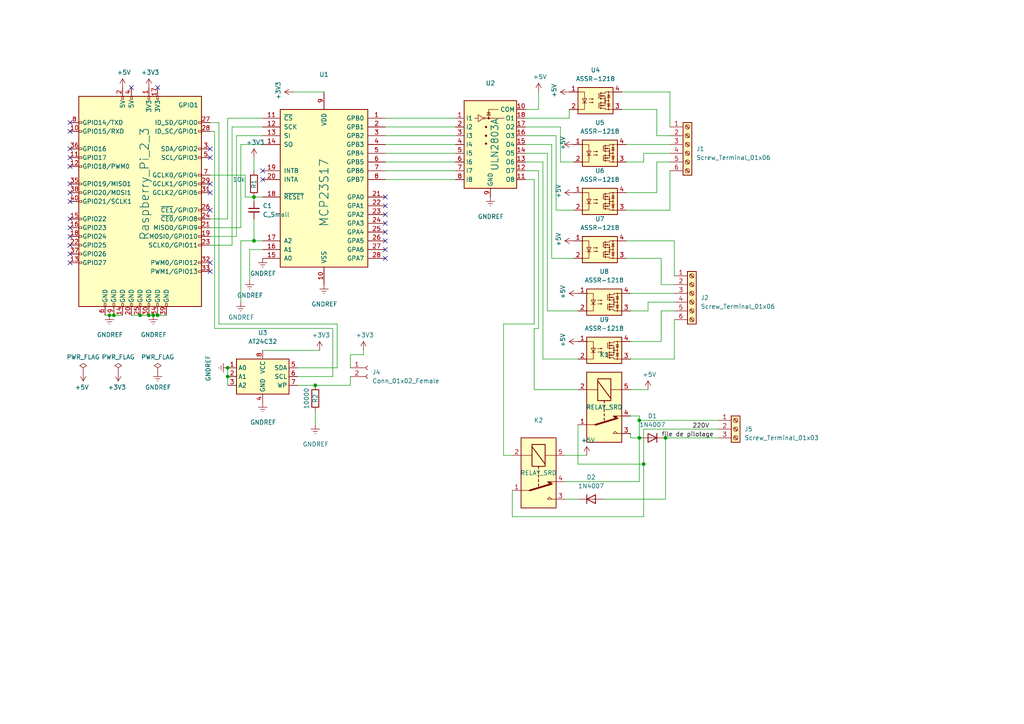
<source format=kicad_sch>
(kicad_sch (version 20210126) (generator eeschema)
  (paper "A4")
  (title_block (title "PI_HAT") (date "01/02/2021") (rev "1.0.0") (company "neocampus"))
  (lib_symbols
    (symbol "Connector:Conn_01x02_Female" (pin_names (offset 1.016) hide)
      (property "Reference" "J" (at 0 2.54 0))
      (property "Value" "Conn_01x02_Female" (at 0 -5.08 0))
      (symbol "Conn_01x02_Female_1_1"
        (arc (start 0 -2.032) (end 0 -3.048) (radius (at 0 -2.54) (length 0.508) (angles 90.1 -90.1)) (stroke (width 0.1524)))
        (arc (start 0 0.508) (end 0 -0.508) (radius (at 0 0) (length 0.508) (angles 90.1 -90.1)) (stroke (width 0.1524)))
        (polyline (pts (xy -1.27 -2.54) (xy -0.508 -2.54)) (stroke (width 0.1524)))
        (polyline (pts (xy -1.27 0) (xy -0.508 0)) (stroke (width 0.1524)))
        (pin passive line (at -5.08 0 0) (length 3.81) (name "Pin_1") (number "1"))
        (pin passive line (at -5.08 -2.54 0) (length 3.81) (name "Pin_2") (number "2"))
      )
    )
    (symbol "Connector:Raspberry_Pi_2_3" (pin_names (offset 1.016))
      (property "Reference" "J" (at -17.78 31.75 0))
      (property "Value" "Raspberry_Pi_2_3" (at 10.16 -31.75 0))
      (symbol "Raspberry_Pi_2_3_0_1"
        (rectangle (start -17.78 30.48) (end 17.78 -30.48) (stroke (width 0.254)) (fill (type background)))
      )
      (symbol "Raspberry_Pi_2_3_1_1"
        (rectangle (start -16.891 -17.526) (end -17.78 -18.034))
        (rectangle (start -16.891 -14.986) (end -17.78 -15.494))
        (rectangle (start -16.891 -12.446) (end -17.78 -12.954))
        (rectangle (start -16.891 -9.906) (end -17.78 -10.414))
        (rectangle (start -16.891 -7.366) (end -17.78 -7.874))
        (rectangle (start -16.891 -4.826) (end -17.78 -5.334))
        (rectangle (start -16.891 0.254) (end -17.78 -0.254))
        (rectangle (start -16.891 2.794) (end -17.78 2.286))
        (rectangle (start -16.891 5.334) (end -17.78 4.826))
        (rectangle (start -16.891 10.414) (end -17.78 9.906))
        (rectangle (start -16.891 12.954) (end -17.78 12.446))
        (rectangle (start -16.891 15.494) (end -17.78 14.986))
        (rectangle (start -16.891 20.574) (end -17.78 20.066))
        (rectangle (start -16.891 23.114) (end -17.78 22.606))
        (rectangle (start -10.414 -29.591) (end -9.906 -30.48))
        (rectangle (start -7.874 -29.591) (end -7.366 -30.48))
        (rectangle (start -5.334 -29.591) (end -4.826 -30.48))
        (rectangle (start -5.334 30.48) (end -4.826 29.591))
        (rectangle (start -2.794 -29.591) (end -2.286 -30.48))
        (rectangle (start -2.794 30.48) (end -2.286 29.591))
        (rectangle (start -0.254 -29.591) (end 0.254 -30.48))
        (rectangle (start 2.286 -29.591) (end 2.794 -30.48))
        (rectangle (start 2.286 30.48) (end 2.794 29.591))
        (rectangle (start 4.826 -29.591) (end 5.334 -30.48))
        (rectangle (start 4.826 30.48) (end 5.334 29.591))
        (rectangle (start 7.366 -29.591) (end 7.874 -30.48))
        (rectangle (start 17.78 -20.066) (end 16.891 -20.574))
        (rectangle (start 17.78 -17.526) (end 16.891 -18.034))
        (rectangle (start 17.78 -12.446) (end 16.891 -12.954))
        (rectangle (start 17.78 -9.906) (end 16.891 -10.414))
        (rectangle (start 17.78 -7.366) (end 16.891 -7.874))
        (rectangle (start 17.78 -4.826) (end 16.891 -5.334))
        (rectangle (start 17.78 -2.286) (end 16.891 -2.794))
        (rectangle (start 17.78 2.794) (end 16.891 2.286))
        (rectangle (start 17.78 5.334) (end 16.891 4.826))
        (rectangle (start 17.78 7.874) (end 16.891 7.366))
        (rectangle (start 17.78 12.954) (end 16.891 12.446))
        (rectangle (start 17.78 15.494) (end 16.891 14.986))
        (rectangle (start 17.78 20.574) (end 16.891 20.066))
        (rectangle (start 17.78 23.114) (end 16.891 22.606))
        (pin power_in line (at 2.54 33.02 270) (length 2.54) (name "3V3") (number "1"))
        (pin bidirectional line (at -20.32 20.32 0) (length 2.54) (name "GPIO15/RXD") (number "10"))
        (pin bidirectional line (at -20.32 12.7 0) (length 2.54) (name "GPIO17") (number "11"))
        (pin bidirectional line (at -20.32 10.16 0) (length 2.54) (name "GPIO18/PWM0") (number "12"))
        (pin bidirectional line (at -20.32 -17.78 0) (length 2.54) (name "GPIO27") (number "13"))
        (pin power_in line (at -5.08 -33.02 90) (length 2.54) (name "GND") (number "14"))
        (pin bidirectional line (at -20.32 -5.08 0) (length 2.54) (name "GPIO22") (number "15"))
        (pin bidirectional line (at -20.32 -7.62 0) (length 2.54) (name "GPIO23") (number "16"))
        (pin power_in line (at 5.08 33.02 270) (length 2.54) (name "3V3") (number "17"))
        (pin bidirectional line (at -20.32 -10.16 0) (length 2.54) (name "GPIO24") (number "18"))
        (pin bidirectional line (at 20.32 -10.16 180) (length 2.54) (name "MOSI0/GPIO10") (number "19"))
        (pin power_in line (at -5.08 33.02 270) (length 2.54) (name "5V") (number "2"))
        (pin power_in line (at -2.54 -33.02 90) (length 2.54) (name "GND") (number "20"))
        (pin bidirectional line (at 20.32 -7.62 180) (length 2.54) (name "MISO0/GPIO9") (number "21"))
        (pin bidirectional line (at -20.32 -12.7 0) (length 2.54) (name "GPIO25") (number "22"))
        (pin bidirectional line (at 20.32 -12.7 180) (length 2.54) (name "SCLK0/GPIO11") (number "23"))
        (pin bidirectional line (at 20.32 -5.08 180) (length 2.54) (name "~CE0~/GPIO8") (number "24"))
        (pin power_in line (at 0 -33.02 90) (length 2.54) (name "GND") (number "25"))
        (pin bidirectional line (at 20.32 -2.54 180) (length 2.54) (name "~CE1~/GPIO7") (number "26"))
        (pin bidirectional line (at 20.32 22.86 180) (length 2.54) (name "ID_SD/GPIO0") (number "27"))
        (pin bidirectional line (at 20.32 20.32 180) (length 2.54) (name "ID_SC/GPIO1") (number "28"))
        (pin bidirectional line (at 20.32 5.08 180) (length 2.54) (name "GCLK1/GPIO5") (number "29"))
        (pin bidirectional line (at 20.32 15.24 180) (length 2.54) (name "SDA/GPIO2") (number "3"))
        (pin power_in line (at 2.54 -33.02 90) (length 2.54) (name "GND") (number "30"))
        (pin bidirectional line (at 20.32 2.54 180) (length 2.54) (name "GCLK2/GPIO6") (number "31"))
        (pin bidirectional line (at 20.32 -17.78 180) (length 2.54) (name "PWM0/GPIO12") (number "32"))
        (pin bidirectional line (at 20.32 -20.32 180) (length 2.54) (name "PWM1/GPIO13") (number "33"))
        (pin power_in line (at 5.08 -33.02 90) (length 2.54) (name "GND") (number "34"))
        (pin bidirectional line (at -20.32 5.08 0) (length 2.54) (name "GPIO19/MISO1") (number "35"))
        (pin bidirectional line (at -20.32 15.24 0) (length 2.54) (name "GPIO16") (number "36"))
        (pin bidirectional line (at -20.32 -15.24 0) (length 2.54) (name "GPIO26") (number "37"))
        (pin bidirectional line (at -20.32 2.54 0) (length 2.54) (name "GPIO20/MOSI1") (number "38"))
        (pin power_in line (at 7.62 -33.02 90) (length 2.54) (name "GND") (number "39"))
        (pin power_in line (at -2.54 33.02 270) (length 2.54) (name "5V") (number "4"))
        (pin bidirectional line (at -20.32 0 0) (length 2.54) (name "GPIO21/SCLK1") (number "40"))
        (pin bidirectional line (at 20.32 12.7 180) (length 2.54) (name "SCL/GPIO3") (number "5"))
        (pin power_in line (at -10.16 -33.02 90) (length 2.54) (name "GND") (number "6"))
        (pin bidirectional line (at 20.32 7.62 180) (length 2.54) (name "GCLK0/GPIO4") (number "7"))
        (pin bidirectional line (at -20.32 22.86 0) (length 2.54) (name "GPIO14/TXD") (number "8"))
        (pin power_in line (at -7.62 -33.02 90) (length 2.54) (name "GND") (number "9"))
      )
    )
    (symbol "Connector:Screw_Terminal_01x03" (pin_names (offset 1.016) hide)
      (property "Reference" "J" (at 0 5.08 0))
      (property "Value" "Screw_Terminal_01x03" (at 0 -5.08 0))
      (symbol "Screw_Terminal_01x03_1_1"
        (circle (center 0 -2.54) (radius 0.635) (stroke (width 0.1524)))
        (circle (center 0 0) (radius 0.635) (stroke (width 0.1524)))
        (circle (center 0 2.54) (radius 0.635) (stroke (width 0.1524)))
        (rectangle (start -1.27 3.81) (end 1.27 -3.81) (stroke (width 0.254)) (fill (type background)))
        (polyline (pts (xy -0.5334 -2.2098) (xy 0.3302 -3.048)) (stroke (width 0.1524)))
        (polyline (pts (xy -0.5334 0.3302) (xy 0.3302 -0.508)) (stroke (width 0.1524)))
        (polyline (pts (xy -0.5334 2.8702) (xy 0.3302 2.032)) (stroke (width 0.1524)))
        (polyline (pts (xy -0.3556 -2.032) (xy 0.508 -2.8702)) (stroke (width 0.1524)))
        (polyline (pts (xy -0.3556 0.508) (xy 0.508 -0.3302)) (stroke (width 0.1524)))
        (polyline (pts (xy -0.3556 3.048) (xy 0.508 2.2098)) (stroke (width 0.1524)))
        (pin passive line (at -5.08 2.54 0) (length 3.81) (name "Pin_1") (number "1"))
        (pin passive line (at -5.08 0 0) (length 3.81) (name "Pin_2") (number "2"))
        (pin passive line (at -5.08 -2.54 0) (length 3.81) (name "Pin_3") (number "3"))
      )
    )
    (symbol "Connector:Screw_Terminal_01x06" (pin_names (offset 1.016) hide)
      (property "Reference" "J" (at 0 7.62 0))
      (property "Value" "Screw_Terminal_01x06" (at 0 -10.16 0))
      (symbol "Screw_Terminal_01x06_1_1"
        (circle (center 0 -7.62) (radius 0.635) (stroke (width 0.1524)))
        (circle (center 0 -5.08) (radius 0.635) (stroke (width 0.1524)))
        (circle (center 0 -2.54) (radius 0.635) (stroke (width 0.1524)))
        (circle (center 0 0) (radius 0.635) (stroke (width 0.1524)))
        (circle (center 0 2.54) (radius 0.635) (stroke (width 0.1524)))
        (circle (center 0 5.08) (radius 0.635) (stroke (width 0.1524)))
        (rectangle (start -1.27 6.35) (end 1.27 -8.89) (stroke (width 0.254)) (fill (type background)))
        (polyline (pts (xy -0.5334 -7.2898) (xy 0.3302 -8.128)) (stroke (width 0.1524)))
        (polyline (pts (xy -0.5334 -4.7498) (xy 0.3302 -5.588)) (stroke (width 0.1524)))
        (polyline (pts (xy -0.5334 -2.2098) (xy 0.3302 -3.048)) (stroke (width 0.1524)))
        (polyline (pts (xy -0.5334 0.3302) (xy 0.3302 -0.508)) (stroke (width 0.1524)))
        (polyline (pts (xy -0.5334 2.8702) (xy 0.3302 2.032)) (stroke (width 0.1524)))
        (polyline (pts (xy -0.5334 5.4102) (xy 0.3302 4.572)) (stroke (width 0.1524)))
        (polyline (pts (xy -0.3556 -7.112) (xy 0.508 -7.9502)) (stroke (width 0.1524)))
        (polyline (pts (xy -0.3556 -4.572) (xy 0.508 -5.4102)) (stroke (width 0.1524)))
        (polyline (pts (xy -0.3556 -2.032) (xy 0.508 -2.8702)) (stroke (width 0.1524)))
        (polyline (pts (xy -0.3556 0.508) (xy 0.508 -0.3302)) (stroke (width 0.1524)))
        (polyline (pts (xy -0.3556 3.048) (xy 0.508 2.2098)) (stroke (width 0.1524)))
        (polyline (pts (xy -0.3556 5.588) (xy 0.508 4.7498)) (stroke (width 0.1524)))
        (pin passive line (at -5.08 5.08 0) (length 3.81) (name "Pin_1") (number "1"))
        (pin passive line (at -5.08 2.54 0) (length 3.81) (name "Pin_2") (number "2"))
        (pin passive line (at -5.08 0 0) (length 3.81) (name "Pin_3") (number "3"))
        (pin passive line (at -5.08 -2.54 0) (length 3.81) (name "Pin_4") (number "4"))
        (pin passive line (at -5.08 -5.08 0) (length 3.81) (name "Pin_5") (number "5"))
        (pin passive line (at -5.08 -7.62 0) (length 3.81) (name "Pin_6") (number "6"))
      )
    )
    (symbol "Device:C_Small" (pin_numbers hide) (pin_names (offset 0.254) hide)
      (property "Reference" "C" (at 0.254 1.778 0))
      (property "Value" "C_Small" (at 0.254 -2.032 0))
      (symbol "C_Small_0_1"
        (polyline (pts (xy -1.524 -0.508) (xy 1.524 -0.508)) (stroke (width 0.3302)))
        (polyline (pts (xy -1.524 0.508) (xy 1.524 0.508)) (stroke (width 0.3048)))
      )
      (symbol "C_Small_1_1"
        (pin passive line (at 0 2.54 270) (length 2.032) (name "~") (number "1"))
        (pin passive line (at 0 -2.54 90) (length 2.032) (name "~") (number "2"))
      )
    )
    (symbol "Device:R" (pin_numbers hide) (pin_names (offset 0))
      (property "Reference" "R" (at 2.032 0 90))
      (property "Value" "R" (at 0 0 90))
      (symbol "R_0_1"
        (rectangle (start -1.016 -2.54) (end 1.016 2.54) (stroke (width 0.254)))
      )
      (symbol "R_1_1"
        (pin passive line (at 0 3.81 270) (length 1.27) (name "~") (number "1"))
        (pin passive line (at 0 -3.81 90) (length 1.27) (name "~") (number "2"))
      )
    )
    (symbol "Diode:1N4007" (pin_numbers hide) (pin_names (offset 1.016) hide)
      (property "Reference" "D" (at 0 2.54 0))
      (property "Value" "1N4007" (at 0 -2.54 0))
      (symbol "1N4007_0_1"
        (polyline (pts (xy -1.27 1.27) (xy -1.27 -1.27)) (stroke (width 0.254)))
        (polyline (pts (xy 1.27 0) (xy -1.27 0)))
        (polyline (pts (xy 1.27 1.27) (xy 1.27 -1.27) (xy -1.27 0) (xy 1.27 1.27)) (stroke (width 0.254)))
      )
      (symbol "1N4007_1_1"
        (pin passive line (at -3.81 0 0) (length 2.54) (name "K") (number "1"))
        (pin passive line (at 3.81 0 180) (length 2.54) (name "A") (number "2"))
      )
    )
    (symbol "Interface_Expansion:MCP23S17_SO" (pin_names (offset 1.016))
      (property "Reference" "U" (at -11.43 24.13 0))
      (property "Value" "MCP23S17_SO" (at 0 0 0))
      (symbol "MCP23S17_SO_0_1"
        (rectangle (start -12.7 22.86) (end 12.7 -22.86) (stroke (width 0.254)) (fill (type background)))
      )
      (symbol "MCP23S17_SO_1_1"
        (pin bidirectional line (at 17.78 20.32 180) (length 5.08) (name "GPB0") (number "1"))
        (pin power_in line (at 0 -27.94 90) (length 5.08) (name "VSS") (number "10"))
        (pin input line (at -17.78 20.32 0) (length 5.08) (name "~CS~") (number "11"))
        (pin input line (at -17.78 17.78 0) (length 5.08) (name "SCK") (number "12"))
        (pin input line (at -17.78 15.24 0) (length 5.08) (name "SI") (number "13"))
        (pin output line (at -17.78 12.7 0) (length 5.08) (name "SO") (number "14"))
        (pin input line (at -17.78 -20.32 0) (length 5.08) (name "A0") (number "15"))
        (pin input line (at -17.78 -17.78 0) (length 5.08) (name "A1") (number "16"))
        (pin input line (at -17.78 -15.24 0) (length 5.08) (name "A2") (number "17"))
        (pin input line (at -17.78 -2.54 0) (length 5.08) (name "~RESET~") (number "18"))
        (pin tri_state line (at -17.78 5.08 0) (length 5.08) (name "INTB") (number "19"))
        (pin bidirectional line (at 17.78 17.78 180) (length 5.08) (name "GPB1") (number "2"))
        (pin tri_state line (at -17.78 2.54 0) (length 5.08) (name "INTA") (number "20"))
        (pin bidirectional line (at 17.78 -2.54 180) (length 5.08) (name "GPA0") (number "21"))
        (pin bidirectional line (at 17.78 -5.08 180) (length 5.08) (name "GPA1") (number "22"))
        (pin bidirectional line (at 17.78 -7.62 180) (length 5.08) (name "GPA2") (number "23"))
        (pin bidirectional line (at 17.78 -10.16 180) (length 5.08) (name "GPA3") (number "24"))
        (pin bidirectional line (at 17.78 -12.7 180) (length 5.08) (name "GPA4") (number "25"))
        (pin bidirectional line (at 17.78 -15.24 180) (length 5.08) (name "GPA5") (number "26"))
        (pin bidirectional line (at 17.78 -17.78 180) (length 5.08) (name "GPA6") (number "27"))
        (pin bidirectional line (at 17.78 -20.32 180) (length 5.08) (name "GPA7") (number "28"))
        (pin bidirectional line (at 17.78 15.24 180) (length 5.08) (name "GPB2") (number "3"))
        (pin bidirectional line (at 17.78 12.7 180) (length 5.08) (name "GPB3") (number "4"))
        (pin bidirectional line (at 17.78 10.16 180) (length 5.08) (name "GPB4") (number "5"))
        (pin bidirectional line (at 17.78 7.62 180) (length 5.08) (name "GPB5") (number "6"))
        (pin bidirectional line (at 17.78 5.08 180) (length 5.08) (name "GPB6") (number "7"))
        (pin bidirectional line (at 17.78 2.54 180) (length 5.08) (name "GPB7") (number "8"))
        (pin power_in line (at 0 27.94 270) (length 5.08) (name "VDD") (number "9"))
      )
    )
    (symbol "Memory_EEPROM:AT24CS32-SSHM"
      (property "Reference" "U" (at -7.62 6.35 0))
      (property "Value" "AT24CS32-SSHM" (at 2.54 -6.35 0))
      (symbol "AT24CS32-SSHM_1_1"
        (rectangle (start -7.62 5.08) (end 7.62 -5.08) (stroke (width 0.254)) (fill (type background)))
        (pin input line (at -10.16 2.54 0) (length 2.54) (name "A0") (number "1"))
        (pin input line (at -10.16 0 0) (length 2.54) (name "A1") (number "2"))
        (pin input line (at -10.16 -2.54 0) (length 2.54) (name "A2") (number "3"))
        (pin power_in line (at 0 -7.62 90) (length 2.54) (name "GND") (number "4"))
        (pin bidirectional line (at 10.16 2.54 180) (length 2.54) (name "SDA") (number "5"))
        (pin input line (at 10.16 0 180) (length 2.54) (name "SCL") (number "6"))
        (pin input line (at 10.16 -2.54 180) (length 2.54) (name "WP") (number "7"))
        (pin power_in line (at 0 7.62 270) (length 2.54) (name "VCC") (number "8"))
      )
    )
    (symbol "Relay:SANYOU_SRD_Form_C"
      (property "Reference" "K" (at 11.43 3.81 0))
      (property "Value" "SANYOU_SRD_Form_C" (at 11.43 1.27 0))
      (symbol "SANYOU_SRD_Form_C_0_0"
        (polyline (pts (xy 7.62 5.08) (xy 7.62 2.54) (xy 6.985 3.175) (xy 7.62 3.81)))
      )
      (symbol "SANYOU_SRD_Form_C_0_1"
        (rectangle (start -10.16 5.08) (end 10.16 -5.08) (stroke (width 0.254)) (fill (type background)))
        (rectangle (start -8.255 1.905) (end -1.905 -1.905) (stroke (width 0.254)))
        (polyline (pts (xy -7.62 -1.905) (xy -2.54 1.905)) (stroke (width 0.254)))
        (polyline (pts (xy -5.08 -5.08) (xy -5.08 -1.905)))
        (polyline (pts (xy -5.08 5.08) (xy -5.08 1.905)))
        (polyline (pts (xy -1.905 0) (xy -1.27 0)) (stroke (width 0.254)))
        (polyline (pts (xy -0.635 0) (xy 0 0)) (stroke (width 0.254)))
        (polyline (pts (xy 0.635 0) (xy 1.27 0)) (stroke (width 0.254)))
        (polyline (pts (xy 1.905 0) (xy 2.54 0)) (stroke (width 0.254)))
        (polyline (pts (xy 3.175 0) (xy 3.81 0)) (stroke (width 0.254)))
        (polyline (pts (xy 5.08 -2.54) (xy 3.175 3.81)) (stroke (width 0.508)))
        (polyline (pts (xy 5.08 -2.54) (xy 5.08 -5.08)))
      )
      (symbol "SANYOU_SRD_Form_C_1_1"
        (polyline (pts (xy 2.54 3.81) (xy 3.175 3.175) (xy 2.54 2.54) (xy 2.54 5.08)) (fill (type outline)))
        (pin passive line (at 5.08 -7.62 90) (length 2.54) (name "~") (number "1"))
        (pin passive line (at -5.08 -7.62 90) (length 2.54) (name "~") (number "2"))
        (pin passive line (at 7.62 7.62 270) (length 2.54) (name "~") (number "3"))
        (pin passive line (at 2.54 7.62 270) (length 2.54) (name "~") (number "4"))
        (pin passive line (at -5.08 7.62 270) (length 2.54) (name "~") (number "5"))
      )
    )
    (symbol "Relay_SolidState:ASSR-1218"
      (property "Reference" "U" (at -5.08 5.08 0))
      (property "Value" "ASSR-1218" (at 0 5.08 0))
      (symbol "ASSR-1218_0_1"
        (circle (center 2.794 -0.635) (radius 0.127))
        (circle (center 2.794 0) (radius 0.127))
        (circle (center 2.794 0.635) (radius 0.127))
        (circle (center 3.81 -2.54) (radius 0.127))
        (circle (center 3.81 0) (radius 0.127))
        (circle (center 3.81 2.54) (radius 0.127))
        (rectangle (start -5.08 3.81) (end 5.08 -3.81) (stroke (width 0.254)) (fill (type background)))
        (polyline (pts (xy -3.81 -0.635) (xy -2.54 -0.635)))
        (polyline (pts (xy 1.016 -0.635) (xy 1.016 -2.159)) (stroke (width 0.2032)))
        (polyline (pts (xy 1.016 2.159) (xy 1.016 0.635)) (stroke (width 0.2032)))
        (polyline (pts (xy 1.524 -0.508) (xy 1.524 -0.762)) (stroke (width 0.3556)))
        (polyline (pts (xy 2.794 0) (xy 3.81 0)))
        (polyline (pts (xy 3.429 -1.651) (xy 4.191 -1.651)))
        (polyline (pts (xy 3.429 1.651) (xy 4.191 1.651)))
        (polyline (pts (xy 3.81 -2.54) (xy 3.81 2.54)))
        (polyline (pts (xy 1.524 -2.032) (xy 1.524 -2.286) (xy 1.524 -2.286)) (stroke (width 0.3556)))
        (polyline (pts (xy 1.524 -1.27) (xy 1.524 -1.524) (xy 1.524 -1.524)) (stroke (width 0.3556)))
        (polyline (pts (xy 1.524 0.762) (xy 1.524 0.508) (xy 1.524 0.508)) (stroke (width 0.3556)))
        (polyline (pts (xy 1.524 1.524) (xy 1.524 1.27) (xy 1.524 1.27)) (stroke (width 0.3556)))
        (polyline (pts (xy 1.524 2.286) (xy 1.524 2.032) (xy 1.524 2.032)) (stroke (width 0.3556)))
        (polyline (pts (xy 1.651 -1.397) (xy 2.794 -1.397) (xy 2.794 -0.635)))
        (polyline (pts (xy 1.651 1.397) (xy 2.794 1.397) (xy 2.794 0.635)))
        (polyline (pts (xy -5.08 2.54) (xy -3.175 2.54) (xy -3.175 -2.54) (xy -5.08 -2.54)))
        (polyline (pts (xy -3.175 -0.635) (xy -3.81 0.635) (xy -2.54 0.635) (xy -3.175 -0.635)))
        (polyline (pts (xy 1.651 -2.159) (xy 2.794 -2.159) (xy 2.794 -2.54) (xy 5.08 -2.54)))
        (polyline (pts (xy 1.651 -0.635) (xy 2.794 -0.635) (xy 2.794 0.635) (xy 1.651 0.635)))
        (polyline (pts (xy 1.651 2.159) (xy 2.794 2.159) (xy 2.794 2.54) (xy 5.08 2.54)))
        (polyline (pts (xy 1.778 -1.397) (xy 2.286 -1.27) (xy 2.286 -1.524) (xy 1.778 -1.397)))
        (polyline (pts (xy 1.778 1.397) (xy 2.286 1.524) (xy 2.286 1.27) (xy 1.778 1.397)))
        (polyline (pts (xy 3.81 -1.651) (xy 3.429 -0.889) (xy 4.191 -0.889) (xy 3.81 -1.651)))
        (polyline (pts (xy 3.81 1.651) (xy 3.429 0.889) (xy 4.191 0.889) (xy 3.81 1.651)))
        (polyline (pts (xy -1.905 -0.508) (xy -0.635 -0.508) (xy -1.016 -0.635) (xy -1.016 -0.381) (xy -0.635 -0.508)))
        (polyline (pts (xy -1.905 0.508) (xy -0.635 0.508) (xy -1.016 0.381) (xy -1.016 0.635) (xy -0.635 0.508)))
      )
      (symbol "ASSR-1218_1_1"
        (pin passive line (at -7.62 2.54 0) (length 2.54) (name "~") (number "1"))
        (pin passive line (at -7.62 -2.54 0) (length 2.54) (name "~") (number "2"))
        (pin passive line (at 7.62 -2.54 180) (length 2.54) (name "~") (number "3"))
        (pin passive line (at 7.62 2.54 180) (length 2.54) (name "~") (number "4"))
      )
    )
    (symbol "Transistor_Array:ULN2803A"
      (property "Reference" "U" (at 0 13.335 0))
      (property "Value" "ULN2803A" (at 0 11.43 0))
      (symbol "ULN2803A_0_1"
        (circle (center -1.778 5.08) (radius 0.254))
        (circle (center -1.27 -2.286) (radius 0.254) (fill (type outline)))
        (circle (center -1.27 0) (radius 0.254) (fill (type outline)))
        (circle (center -1.27 2.54) (radius 0.254) (fill (type outline)))
        (circle (center -0.508 5.08) (radius 0.254) (fill (type outline)))
        (rectangle (start -7.62 -15.24) (end 7.62 10.16) (stroke (width 0.254)) (fill (type background)))
        (polyline (pts (xy -4.572 5.08) (xy -3.556 5.08)))
        (polyline (pts (xy -1.524 5.08) (xy 4.064 5.08)))
        (polyline (pts (xy 0 6.731) (xy -1.016 6.731)))
        (polyline (pts (xy -0.508 5.08) (xy -0.508 7.62) (xy 2.286 7.62)))
        (polyline (pts (xy -3.556 6.096) (xy -3.556 4.064) (xy -2.032 5.08) (xy -3.556 6.096)))
        (polyline (pts (xy 0 5.969) (xy -1.016 5.969) (xy -0.508 6.731) (xy 0 5.969)))
      )
      (symbol "ULN2803A_1_1"
        (pin input line (at -10.16 5.08 0) (length 2.54) (name "I1") (number "1"))
        (pin passive line (at 10.16 7.62 180) (length 2.54) (name "COM") (number "10"))
        (pin open_collector line (at 10.16 -12.7 180) (length 2.54) (name "O8") (number "11"))
        (pin open_collector line (at 10.16 -10.16 180) (length 2.54) (name "O7") (number "12"))
        (pin open_collector line (at 10.16 -7.62 180) (length 2.54) (name "O6") (number "13"))
        (pin open_collector line (at 10.16 -5.08 180) (length 2.54) (name "O5") (number "14"))
        (pin open_collector line (at 10.16 -2.54 180) (length 2.54) (name "O4") (number "15"))
        (pin open_collector line (at 10.16 0 180) (length 2.54) (name "O3") (number "16"))
        (pin open_collector line (at 10.16 2.54 180) (length 2.54) (name "O2") (number "17"))
        (pin open_collector line (at 10.16 5.08 180) (length 2.54) (name "O1") (number "18"))
        (pin input line (at -10.16 2.54 0) (length 2.54) (name "I2") (number "2"))
        (pin input line (at -10.16 0 0) (length 2.54) (name "I3") (number "3"))
        (pin input line (at -10.16 -2.54 0) (length 2.54) (name "I4") (number "4"))
        (pin input line (at -10.16 -5.08 0) (length 2.54) (name "I5") (number "5"))
        (pin input line (at -10.16 -7.62 0) (length 2.54) (name "I6") (number "6"))
        (pin input line (at -10.16 -10.16 0) (length 2.54) (name "I7") (number "7"))
        (pin input line (at -10.16 -12.7 0) (length 2.54) (name "I8") (number "8"))
        (pin power_in line (at 0 -17.78 90) (length 2.54) (name "GND") (number "9"))
      )
    )
    (symbol "power:+3.3V" (power) (pin_names (offset 0))
      (property "Value" "+3.3V" (at 0 3.556 0))
      (symbol "+3.3V_0_1"
        (polyline (pts (xy -0.762 1.27) (xy 0 2.54)))
        (polyline (pts (xy 0 0) (xy 0 2.54)))
        (polyline (pts (xy 0 2.54) (xy 0.762 1.27)))
      )
      (symbol "+3.3V_1_1"
        (pin power_in line (at 0 0 90) (length 0) hide (name "+3V3") (number "1"))
      )
    )
    (symbol "power:+5V" (power) (pin_names (offset 0))
      (property "Value" "+5V" (at 0 3.556 0))
      (symbol "+5V_0_1"
        (polyline (pts (xy -0.762 1.27) (xy 0 2.54)))
        (polyline (pts (xy 0 0) (xy 0 2.54)))
        (polyline (pts (xy 0 2.54) (xy 0.762 1.27)))
      )
      (symbol "+5V_1_1"
        (pin power_in line (at 0 0 90) (length 0) hide (name "+5V") (number "1"))
      )
    )
    (symbol "power:GNDREF" (power) (pin_names (offset 0))
      (property "Value" "GNDREF" (at 0 -3.81 0))
      (symbol "GNDREF_0_1"
        (polyline (pts (xy -0.635 -1.905) (xy 0.635 -1.905)))
        (polyline (pts (xy -0.127 -2.54) (xy 0.127 -2.54)))
        (polyline (pts (xy 0 -1.27) (xy 0 0)))
        (polyline (pts (xy 1.27 -1.27) (xy -1.27 -1.27)))
      )
      (symbol "GNDREF_1_1"
        (pin power_in line (at 0 0 270) (length 0) hide (name "GNDREF") (number "1"))
      )
    )
    (symbol "power:PWR_FLAG" (power) (pin_numbers hide) (pin_names (offset 0) hide)
      (property "Value" "PWR_FLAG" (at 0 3.81 0))
      (symbol "PWR_FLAG_0_0"
        (pin power_out line (at 0 0 90) (length 0) (name "pwr") (number "1"))
      )
      (symbol "PWR_FLAG_0_1"
        (polyline (pts (xy 0 0) (xy 0 1.27) (xy -1.016 1.905) (xy 0 2.54) (xy 1.016 1.905) (xy 0 1.27)))
      )
    )
  )
  (junction (at 31.75 91.44) (diameter 0.9144))
  (junction (at 33.02 91.44) (diameter 0.9144))
  (junction (at 40.64 91.44) (diameter 0.9144))
  (junction (at 43.18 91.44) (diameter 0.9144))
  (junction (at 44.45 91.44) (diameter 0.9144))
  (junction (at 45.72 91.44) (diameter 0.9144))
  (junction (at 66.04 106.68) (diameter 0.9144))
  (junction (at 66.04 109.22) (diameter 0.9144))
  (junction (at 73.66 57.15) (diameter 0.9144))
  (junction (at 73.66 69.85) (diameter 0.9144))
  (junction (at 91.44 111.76) (diameter 0.9144))
  (junction (at 185.42 121.92) (diameter 0.9144))
  (junction (at 185.42 127) (diameter 0.9144))
  (junction (at 186.69 134.62) (diameter 0.9144))
  (junction (at 193.04 127) (diameter 0.9144))
  (no_connect (at 20.32 35.56))
  (no_connect (at 20.32 38.1))
  (no_connect (at 20.32 43.18))
  (no_connect (at 20.32 45.72))
  (no_connect (at 20.32 48.26))
  (no_connect (at 20.32 53.34))
  (no_connect (at 20.32 55.88))
  (no_connect (at 20.32 58.42))
  (no_connect (at 20.32 63.5))
  (no_connect (at 20.32 66.04))
  (no_connect (at 20.32 68.58))
  (no_connect (at 20.32 71.12))
  (no_connect (at 20.32 73.66))
  (no_connect (at 20.32 76.2))
  (no_connect (at 38.1 25.4))
  (no_connect (at 45.72 25.4))
  (no_connect (at 60.96 43.18))
  (no_connect (at 60.96 45.72))
  (no_connect (at 60.96 53.34))
  (no_connect (at 60.96 55.88))
  (no_connect (at 60.96 60.96))
  (no_connect (at 60.96 76.2))
  (no_connect (at 60.96 78.74))
  (no_connect (at 76.2 49.53))
  (no_connect (at 76.2 52.07))
  (no_connect (at 111.76 57.15))
  (no_connect (at 111.76 59.69))
  (no_connect (at 111.76 62.23))
  (no_connect (at 111.76 64.77))
  (no_connect (at 111.76 67.31))
  (no_connect (at 111.76 69.85))
  (no_connect (at 111.76 72.39))
  (no_connect (at 111.76 74.93))
  (wire (pts (xy 30.48 91.44) (xy 31.75 91.44)))
  (wire (pts (xy 31.75 91.44) (xy 33.02 91.44)))
  (wire (pts (xy 33.02 91.44) (xy 35.56 91.44)))
  (wire (pts (xy 38.1 91.44) (xy 40.64 91.44)))
  (wire (pts (xy 40.64 91.44) (xy 43.18 91.44)))
  (wire (pts (xy 43.18 91.44) (xy 44.45 91.44)))
  (wire (pts (xy 44.45 91.44) (xy 45.72 91.44)))
  (wire (pts (xy 45.72 91.44) (xy 48.26 91.44)))
  (wire (pts (xy 60.96 35.56) (xy 63.5 35.56)))
  (wire (pts (xy 60.96 38.1) (xy 62.23 38.1)))
  (wire (pts (xy 60.96 50.8) (xy 71.12 50.8)))
  (wire (pts (xy 60.96 63.5) (xy 66.04 63.5)))
  (wire (pts (xy 60.96 66.04) (xy 69.85 66.04)))
  (wire (pts (xy 60.96 68.58) (xy 68.58 68.58)))
  (wire (pts (xy 60.96 71.12) (xy 67.31 71.12)))
  (wire (pts (xy 62.23 38.1) (xy 62.23 95.25)))
  (wire (pts (xy 62.23 95.25) (xy 96.52 95.25)))
  (wire (pts (xy 63.5 35.56) (xy 63.5 93.98)))
  (wire (pts (xy 63.5 93.98) (xy 97.79 93.98)))
  (wire (pts (xy 66.04 34.29) (xy 76.2 34.29)))
  (wire (pts (xy 66.04 63.5) (xy 66.04 34.29)))
  (wire (pts (xy 66.04 106.68) (xy 66.04 109.22)))
  (wire (pts (xy 66.04 109.22) (xy 66.04 111.76)))
  (wire (pts (xy 67.31 36.83) (xy 67.31 71.12)))
  (wire (pts (xy 68.58 39.37) (xy 68.58 68.58)))
  (wire (pts (xy 69.85 41.91) (xy 76.2 41.91)))
  (wire (pts (xy 69.85 66.04) (xy 69.85 41.91)))
  (wire (pts (xy 69.85 69.85) (xy 69.85 87.63)))
  (wire (pts (xy 69.85 69.85) (xy 73.66 69.85)))
  (wire (pts (xy 71.12 50.8) (xy 71.12 57.15)))
  (wire (pts (xy 71.12 57.15) (xy 73.66 57.15)))
  (wire (pts (xy 72.39 72.39) (xy 72.39 81.28)))
  (wire (pts (xy 73.66 45.72) (xy 73.66 49.53)))
  (wire (pts (xy 73.66 57.15) (xy 73.66 58.42)))
  (wire (pts (xy 73.66 57.15) (xy 76.2 57.15)))
  (wire (pts (xy 73.66 63.5) (xy 73.66 69.85)))
  (wire (pts (xy 73.66 69.85) (xy 76.2 69.85)))
  (wire (pts (xy 76.2 36.83) (xy 67.31 36.83)))
  (wire (pts (xy 76.2 39.37) (xy 68.58 39.37)))
  (wire (pts (xy 76.2 72.39) (xy 72.39 72.39)))
  (wire (pts (xy 76.2 101.6) (xy 92.71 101.6)))
  (wire (pts (xy 85.09 26.67) (xy 93.98 26.67)))
  (wire (pts (xy 86.36 106.68) (xy 97.79 106.68)))
  (wire (pts (xy 86.36 109.22) (xy 96.52 109.22)))
  (wire (pts (xy 86.36 111.76) (xy 91.44 111.76)))
  (wire (pts (xy 91.44 111.76) (xy 101.6 111.76)))
  (wire (pts (xy 91.44 119.38) (xy 91.44 123.19)))
  (wire (pts (xy 96.52 109.22) (xy 96.52 95.25)))
  (wire (pts (xy 97.79 93.98) (xy 97.79 106.68)))
  (wire (pts (xy 101.6 102.87) (xy 105.41 102.87)))
  (wire (pts (xy 101.6 106.68) (xy 101.6 102.87)))
  (wire (pts (xy 101.6 109.22) (xy 101.6 111.76)))
  (wire (pts (xy 105.41 102.87) (xy 105.41 101.6)))
  (wire (pts (xy 111.76 34.29) (xy 132.08 34.29)))
  (wire (pts (xy 111.76 36.83) (xy 132.08 36.83)))
  (wire (pts (xy 111.76 39.37) (xy 132.08 39.37)))
  (wire (pts (xy 111.76 41.91) (xy 132.08 41.91)))
  (wire (pts (xy 111.76 44.45) (xy 132.08 44.45)))
  (wire (pts (xy 111.76 46.99) (xy 132.08 46.99)))
  (wire (pts (xy 111.76 49.53) (xy 132.08 49.53)))
  (wire (pts (xy 111.76 52.07) (xy 132.08 52.07)))
  (wire (pts (xy 146.05 93.98) (xy 154.94 93.98)))
  (wire (pts (xy 146.05 132.08) (xy 146.05 93.98)))
  (wire (pts (xy 148.59 132.08) (xy 146.05 132.08)))
  (wire (pts (xy 148.59 142.24) (xy 148.59 149.86)))
  (wire (pts (xy 148.59 149.86) (xy 186.69 149.86)))
  (wire (pts (xy 152.4 31.75) (xy 156.21 31.75)))
  (wire (pts (xy 152.4 34.29) (xy 165.1 34.29)))
  (wire (pts (xy 152.4 39.37) (xy 161.29 39.37)))
  (wire (pts (xy 152.4 41.91) (xy 160.02 41.91)))
  (wire (pts (xy 152.4 44.45) (xy 158.75 44.45)))
  (wire (pts (xy 152.4 46.99) (xy 157.48 46.99)))
  (wire (pts (xy 152.4 49.53) (xy 156.21 49.53)))
  (wire (pts (xy 152.4 52.07) (xy 154.94 52.07)))
  (wire (pts (xy 154.94 52.07) (xy 154.94 93.98)))
  (wire (pts (xy 154.94 95.25) (xy 154.94 113.03)))
  (wire (pts (xy 154.94 95.25) (xy 156.21 95.25)))
  (wire (pts (xy 156.21 26.67) (xy 156.21 31.75)))
  (wire (pts (xy 156.21 49.53) (xy 156.21 95.25)))
  (wire (pts (xy 157.48 46.99) (xy 157.48 104.14)))
  (wire (pts (xy 157.48 104.14) (xy 167.64 104.14)))
  (wire (pts (xy 158.75 44.45) (xy 158.75 90.17)))
  (wire (pts (xy 158.75 90.17) (xy 167.64 90.17)))
  (wire (pts (xy 160.02 41.91) (xy 160.02 74.93)))
  (wire (pts (xy 160.02 74.93) (xy 166.37 74.93)))
  (wire (pts (xy 161.29 39.37) (xy 161.29 60.96)))
  (wire (pts (xy 162.56 36.83) (xy 152.4 36.83)))
  (wire (pts (xy 162.56 46.99) (xy 162.56 36.83)))
  (wire (pts (xy 163.83 139.7) (xy 185.42 139.7)))
  (wire (pts (xy 163.83 144.78) (xy 167.64 144.78)))
  (wire (pts (xy 165.1 34.29) (xy 165.1 31.75)))
  (wire (pts (xy 166.37 46.99) (xy 162.56 46.99)))
  (wire (pts (xy 166.37 60.96) (xy 161.29 60.96)))
  (wire (pts (xy 167.64 113.03) (xy 154.94 113.03)))
  (wire (pts (xy 167.64 123.19) (xy 167.64 134.62)))
  (wire (pts (xy 167.64 134.62) (xy 186.69 134.62)))
  (wire (pts (xy 170.18 132.08) (xy 163.83 132.08)))
  (wire (pts (xy 175.26 144.78) (xy 193.04 144.78)))
  (wire (pts (xy 180.34 26.67) (xy 194.31 26.67)))
  (wire (pts (xy 180.34 31.75) (xy 190.5 31.75)))
  (wire (pts (xy 181.61 41.91) (xy 194.31 41.91)))
  (wire (pts (xy 181.61 46.99) (xy 186.69 46.99)))
  (wire (pts (xy 181.61 55.88) (xy 190.5 55.88)))
  (wire (pts (xy 181.61 60.96) (xy 194.31 60.96)))
  (wire (pts (xy 181.61 69.85) (xy 195.58 69.85)))
  (wire (pts (xy 181.61 74.93) (xy 191.77 74.93)))
  (wire (pts (xy 182.88 85.09) (xy 195.58 85.09)))
  (wire (pts (xy 182.88 90.17) (xy 187.96 90.17)))
  (wire (pts (xy 182.88 99.06) (xy 191.77 99.06)))
  (wire (pts (xy 182.88 104.14) (xy 195.58 104.14)))
  (wire (pts (xy 182.88 113.03) (xy 187.96 113.03)))
  (wire (pts (xy 182.88 127) (xy 182.88 125.73)))
  (wire (pts (xy 182.88 127) (xy 185.42 127)))
  (wire (pts (xy 185.42 120.65) (xy 182.88 120.65)))
  (wire (pts (xy 185.42 121.92) (xy 185.42 120.65)))
  (wire (pts (xy 185.42 121.92) (xy 185.42 127)))
  (wire (pts (xy 185.42 121.92) (xy 208.28 121.92)))
  (wire (pts (xy 185.42 127) (xy 185.42 139.7)))
  (wire (pts (xy 186.69 44.45) (xy 194.31 44.45)))
  (wire (pts (xy 186.69 46.99) (xy 186.69 44.45)))
  (wire (pts (xy 186.69 124.46) (xy 208.28 124.46)))
  (wire (pts (xy 186.69 134.62) (xy 186.69 124.46)))
  (wire (pts (xy 186.69 134.62) (xy 186.69 149.86)))
  (wire (pts (xy 187.96 87.63) (xy 195.58 87.63)))
  (wire (pts (xy 187.96 90.17) (xy 187.96 87.63)))
  (wire (pts (xy 190.5 31.75) (xy 190.5 39.37)))
  (wire (pts (xy 190.5 39.37) (xy 194.31 39.37)))
  (wire (pts (xy 190.5 46.99) (xy 190.5 55.88)))
  (wire (pts (xy 191.77 74.93) (xy 191.77 82.55)))
  (wire (pts (xy 191.77 82.55) (xy 195.58 82.55)))
  (wire (pts (xy 191.77 90.17) (xy 191.77 99.06)))
  (wire (pts (xy 193.04 127) (xy 208.28 127)))
  (wire (pts (xy 193.04 144.78) (xy 193.04 127)))
  (wire (pts (xy 194.31 26.67) (xy 194.31 36.83)))
  (wire (pts (xy 194.31 46.99) (xy 190.5 46.99)))
  (wire (pts (xy 194.31 49.53) (xy 194.31 60.96)))
  (wire (pts (xy 195.58 80.01) (xy 195.58 69.85)))
  (wire (pts (xy 195.58 90.17) (xy 191.77 90.17)))
  (wire (pts (xy 195.58 104.14) (xy 195.58 92.71)))
  (label "220V" (at 205.74 124.46 180))
  (label "file de pilotage" (at 207.01 127 180))
  (symbol (lib_id "power:PWR_FLAG") (at 24.13 107.95 0) (unit 1)
    (property "Reference" "#FLG01" (effects hide))
    (property "Value" "PWR_FLAG" (at 24.13 103.5558 0))
  )
  (symbol (lib_id "power:PWR_FLAG") (at 34.29 107.95 0) (unit 1)
    (property "Reference" "#FLG02" (effects hide))
    (property "Value" "PWR_FLAG" (at 34.29 103.5558 0))
  )
  (symbol (lib_id "power:PWR_FLAG") (at 45.72 107.95 0) (unit 1)
    (property "Reference" "#FLG03" (effects hide))
    (property "Value" "PWR_FLAG" (at 45.72 103.5558 0))
  )
  (symbol (lib_id "power:+5V") (at 24.13 107.95 180) (unit 1)
    (property "Reference" "#PWR04" (effects hide))
    (property "Value" "+5V" (at 23.749 112.3442 0))
  )
  (symbol (lib_id "power:+3.3V") (at 34.29 107.95 180) (unit 1)
    (property "Reference" "#PWR05" (effects hide))
    (property "Value" "+3.3V" (at 33.909 112.3442 0))
  )
  (symbol (lib_id "power:+5V") (at 35.56 25.4 0) (unit 1)
    (property "Reference" "#PWR0102" (effects hide))
    (property "Value" "+5V" (at 35.941 21.0058 0))
  )
  (symbol (lib_id "power:+3.3V") (at 43.18 25.4 0) (unit 1)
    (property "Reference" "#PWR0101" (effects hide))
    (property "Value" "+3.3V" (at 43.561 21.0058 0))
  )
  (symbol (lib_id "power:+3.3V") (at 73.66 45.72 0) (unit 1)
    (property "Reference" "#PWR0104" (effects hide))
    (property "Value" "+3.3V" (at 74.041 41.3258 0))
  )
  (symbol (lib_id "power:+3.3V") (at 85.09 26.67 90) (unit 1)
    (property "Reference" "#PWR0110" (effects hide))
    (property "Value" "+3.3V" (at 80.6958 26.289 0))
  )
  (symbol (lib_id "power:+3.3V") (at 92.71 101.6 0) (unit 1)
    (property "Reference" "#PWR0107" (effects hide))
    (property "Value" "+3.3V" (at 93.091 97.2058 0))
  )
  (symbol (lib_id "power:+3.3V") (at 105.41 101.6 0) (unit 1)
    (property "Reference" "#PWR0116" (effects hide))
    (property "Value" "+3.3V" (at 105.791 97.2058 0))
  )
  (symbol (lib_id "power:+5V") (at 156.21 26.67 0) (unit 1)
    (property "Reference" "#PWR0112" (effects hide))
    (property "Value" "+5V" (at 156.591 22.2758 0))
  )
  (symbol (lib_id "power:+5V") (at 165.1 26.67 90) (unit 1)
    (property "Reference" "#PWR0113" (effects hide))
    (property "Value" "+5V" (at 160.7058 26.289 0))
  )
  (symbol (lib_id "power:+5V") (at 166.37 41.91 90) (unit 1)
    (property "Reference" "#PWR0120" (effects hide))
    (property "Value" "+5V" (at 163.246 41.529 0))
  )
  (symbol (lib_id "power:+5V") (at 166.37 55.88 90) (unit 1)
    (property "Reference" "#PWR0121" (effects hide))
    (property "Value" "+5V" (at 161.9758 55.499 0))
  )
  (symbol (lib_id "power:+5V") (at 166.37 69.85 90) (unit 1)
    (property "Reference" "#PWR0119" (effects hide))
    (property "Value" "+5V" (at 161.9758 69.469 0))
  )
  (symbol (lib_id "power:+5V") (at 167.64 85.09 90) (unit 1)
    (property "Reference" "#PWR0118" (effects hide))
    (property "Value" "+5V" (at 163.2458 84.709 0))
  )
  (symbol (lib_id "power:+5V") (at 167.64 99.06 90) (unit 1)
    (property "Reference" "#PWR0117" (effects hide))
    (property "Value" "+5V" (at 163.2458 98.679 0))
  )
  (symbol (lib_id "power:+5V") (at 170.18 132.08 0) (unit 1)
    (property "Reference" "#PWR0124" (effects hide))
    (property "Value" "+5V" (at 170.561 127.6858 0))
  )
  (symbol (lib_id "power:+5V") (at 187.96 113.03 0) (unit 1)
    (property "Reference" "#PWR0123" (effects hide))
    (property "Value" "+5V" (at 188.341 108.6358 0))
  )
  (symbol (lib_id "power:GNDREF") (at 31.75 91.44 0) (unit 1)
    (property "Reference" "#PWR0103" (effects hide))
    (property "Value" "GNDREF" (at 31.877 97.1042 0))
  )
  (symbol (lib_id "power:GNDREF") (at 44.45 91.44 0) (unit 1)
    (property "Reference" "#PWR0125" (effects hide))
    (property "Value" "GNDREF" (at 44.577 97.1042 0))
  )
  (symbol (lib_id "power:GNDREF") (at 45.72 107.95 0) (unit 1)
    (property "Reference" "#PWR06" (effects hide))
    (property "Value" "GNDREF" (at 45.847 112.3442 0))
  )
  (symbol (lib_id "power:GNDREF") (at 66.04 106.68 270) (unit 1)
    (property "Reference" "#PWR0115" (effects hide))
    (property "Value" "GNDREF" (at 60.3758 106.807 0))
  )
  (symbol (lib_id "power:GNDREF") (at 69.85 87.63 0) (unit 1)
    (property "Reference" "#PWR0105" (effects hide))
    (property "Value" "GNDREF" (at 69.977 92.0242 0))
  )
  (symbol (lib_id "power:GNDREF") (at 72.39 81.28 0) (unit 1)
    (property "Reference" "#PWR0109" (effects hide))
    (property "Value" "GNDREF" (at 72.517 85.6742 0))
  )
  (symbol (lib_id "power:GNDREF") (at 76.2 74.93 0) (unit 1)
    (property "Reference" "#PWR0108" (effects hide))
    (property "Value" "GNDREF" (at 76.327 79.3242 0))
  )
  (symbol (lib_id "power:GNDREF") (at 76.2 116.84 0) (unit 1)
    (property "Reference" "#PWR0114" (effects hide))
    (property "Value" "GNDREF" (at 76.327 122.5042 0))
  )
  (symbol (lib_id "power:GNDREF") (at 91.44 123.19 0) (unit 1)
    (property "Reference" "#PWR0122" (effects hide))
    (property "Value" "GNDREF" (at 91.567 128.8542 0))
  )
  (symbol (lib_id "power:GNDREF") (at 93.98 82.55 0) (unit 1)
    (property "Reference" "#PWR0106" (effects hide))
    (property "Value" "GNDREF" (at 94.107 88.2142 0))
  )
  (symbol (lib_id "power:GNDREF") (at 142.24 57.15 0) (unit 1)
    (property "Reference" "#PWR0111" (effects hide))
    (property "Value" "GNDREF" (at 142.367 62.8142 0))
  )
  (symbol (lib_id "Device:R") (at 73.66 53.34 180) (unit 1)
    (property "Reference" "R1" (at 73.66 52.07 90) (effects (justify left)))
    (property "Value" "10k" (at 71.12 52.07 0) (effects (justify left)))
    (property "Footprint" "Resistor_SMD:R_0805_2012Metric_Pad1.20x1.40mm_HandSolder" (effects hide))
  )
  (symbol (lib_id "Device:R") (at 91.44 115.57 180) (unit 1)
    (property "Reference" "R2" (at 91.44 115.57 90))
    (property "Value" "10000" (at 88.9 115.57 90))
    (property "Footprint" "Resistor_SMD:R_0805_2012Metric_Pad1.20x1.40mm_HandSolder" (effects hide))
  )
  (symbol (lib_id "Device:C_Small") (at 73.66 60.96 0) (unit 1)
    (property "Reference" "C1" (at 76.2 59.69 0) (effects (justify left)))
    (property "Value" "C_Small" (at 76.2 62.23 0) (effects (justify left)))
    (property "Footprint" "Capacitor_SMD:CP_Elec_3x5.4" (effects hide))
  )
  (symbol (lib_id "Diode:1N4007") (at 171.45 144.78 0) (unit 1)
    (property "Reference" "D2" (at 171.45 138.43 0))
    (property "Value" "1N4007" (at 171.45 140.97 0))
    (property "Footprint" "Diode_THT:D_DO-41_SOD81_P10.16mm_Horizontal" (effects hide))
    (property "Datasheet" "http://www.vishay.com/docs/88503/1n4001.pdf" (effects hide))
  )
  (symbol (lib_id "Diode:1N4007") (at 189.23 127 180) (unit 1)
    (property "Reference" "D1" (at 189.23 120.65 0))
    (property "Value" "1N4007" (at 189.23 123.19 0))
    (property "Footprint" "Diode_THT:D_DO-41_SOD81_P10.16mm_Horizontal" (effects hide))
    (property "Datasheet" "http://www.vishay.com/docs/88503/1n4001.pdf" (effects hide))
  )
  (symbol (lib_id "Connector:Conn_01x02_Female") (at 106.68 106.68 0) (unit 1)
    (property "Reference" "J4" (at 107.95 107.95 0) (effects (justify left)))
    (property "Value" "Conn_01x02_Female" (at 107.95 110.49 0) (effects (justify left)))
    (property "Footprint" "Connector_PinHeader_1.00mm:PinHeader_1x02_P1.00mm_Horizontal" (effects hide))
  )
  (symbol (lib_id "Connector:Screw_Terminal_01x03") (at 213.36 124.46 0) (unit 1)
    (property "Reference" "J5" (at 215.9 124.46 0) (effects (justify left)))
    (property "Value" "Screw_Terminal_01x03" (at 215.9 127 0) (effects (justify left)))
    (property "Footprint" "TerminalBlock_MetzConnect:TerminalBlock_MetzConnect_Type086_RT03403HBLC_1x03_P3.81mm_Horizontal" (effects hide))
  )
  (symbol (lib_id "Connector:Screw_Terminal_01x06") (at 199.39 41.91 0) (unit 1)
    (property "Reference" "J1" (at 201.93 43.18 0) (effects (justify left)))
    (property "Value" "Screw_Terminal_01x06" (at 201.93 45.72 0) (effects (justify left)))
    (property "Footprint" "TerminalBlock_MetzConnect:TerminalBlock_MetzConnect_Type086_RT03406HBLC_1x06_P3.81mm_Horizontal" (effects hide))
  )
  (symbol (lib_id "Connector:Screw_Terminal_01x06") (at 200.66 85.09 0) (unit 1)
    (property "Reference" "J2" (at 203.2 86.36 0) (effects (justify left)))
    (property "Value" "Screw_Terminal_01x06" (at 203.2 88.9 0) (effects (justify left)))
    (property "Footprint" "TerminalBlock_MetzConnect:TerminalBlock_MetzConnect_Type086_RT03406HBLC_1x06_P3.81mm_Horizontal" (effects hide))
  )
  (symbol (lib_id "Relay_SolidState:ASSR-1218") (at 172.72 29.21 0) (unit 1)
    (property "Reference" "U4" (at 172.72 20.32 0))
    (property "Value" "ASSR-1218" (at 172.72 22.86 0))
    (property "Footprint" "Library:SSR_AQG22105" (effects hide))
    (property "Datasheet" "https://docs.broadcom.com/docs/AV02-0173EN" (effects hide))
  )
  (symbol (lib_id "Relay_SolidState:ASSR-1218") (at 173.99 44.45 0) (unit 1)
    (property "Reference" "U5" (at 173.99 35.56 0))
    (property "Value" "ASSR-1218" (at 173.99 38.1 0))
    (property "Footprint" "Library:SSR_AQG22105" (effects hide))
    (property "Datasheet" "https://docs.broadcom.com/docs/AV02-0173EN" (effects hide))
  )
  (symbol (lib_id "Relay_SolidState:ASSR-1218") (at 173.99 58.42 0) (unit 1)
    (property "Reference" "U6" (at 173.99 49.53 0))
    (property "Value" "ASSR-1218" (at 173.99 52.07 0))
    (property "Footprint" "Library:SSR_AQG22105" (effects hide))
    (property "Datasheet" "https://docs.broadcom.com/docs/AV02-0173EN" (effects hide))
  )
  (symbol (lib_id "Relay_SolidState:ASSR-1218") (at 173.99 72.39 0) (unit 1)
    (property "Reference" "U7" (at 173.99 63.5 0))
    (property "Value" "ASSR-1218" (at 173.99 66.04 0))
    (property "Footprint" "Library:SSR_AQG22105" (effects hide))
    (property "Datasheet" "https://docs.broadcom.com/docs/AV02-0173EN" (effects hide))
  )
  (symbol (lib_id "Relay_SolidState:ASSR-1218") (at 175.26 87.63 0) (unit 1)
    (property "Reference" "U8" (at 175.26 78.74 0))
    (property "Value" "ASSR-1218" (at 175.26 81.28 0))
    (property "Footprint" "Library:SSR_AQG22105" (effects hide))
    (property "Datasheet" "https://docs.broadcom.com/docs/AV02-0173EN" (effects hide))
  )
  (symbol (lib_id "Relay_SolidState:ASSR-1218") (at 175.26 101.6 0) (unit 1)
    (property "Reference" "U9" (at 175.26 92.71 0))
    (property "Value" "ASSR-1218" (at 175.26 95.25 0))
    (property "Footprint" "Library:SSR_AQG22105" (effects hide))
    (property "Datasheet" "https://docs.broadcom.com/docs/AV02-0173EN" (effects hide))
  )
  (symbol (lib_id "Relay:SANYOU_SRD_Form_C") (at 156.21 137.16 270) (unit 1)
    (property "Reference" "K2" (at 156.21 121.92 90))
    (property "Value" "RELAY_SRD" (at 156.21 137.16 90))
    (property "Footprint" "Relay_THT:Relay_SPDT_SANYOU_SRD_Series_Form_C" (effects hide))
    (property "Datasheet" "http://www.sanyourelay.ca/public/products/pdf/SRD.pdf" (effects hide))
  )
  (symbol (lib_id "Relay:SANYOU_SRD_Form_C") (at 175.26 118.11 270) (unit 1)
    (property "Reference" "K1" (at 175.26 102.87 90))
    (property "Value" "RELAY_SRD" (at 175.26 118.11 90))
    (property "Footprint" "Relay_THT:Relay_SPDT_SANYOU_SRD_Series_Form_C" (effects hide))
    (property "Datasheet" "http://www.sanyourelay.ca/public/products/pdf/SRD.pdf" (effects hide))
  )
  (symbol (lib_id "Memory_EEPROM:AT24CS32-SSHM") (at 76.2 109.22 0) (unit 1)
    (property "Reference" "U3" (at 76.2 96.52 0))
    (property "Value" "AT24C32" (at 76.2 99.06 0))
    (property "Footprint" "Package_DIP:DIP-8_W7.62mm_Socket" (effects hide))
    (property "Datasheet" "http://ww1.microchip.com/downloads/en/DeviceDoc/Atmel-8869-SEEPROM-AT24CS32-Datasheet.pdf" (effects hide))
  )
  (symbol (lib_id "Transistor_Array:ULN2803A") (at 142.24 39.37 0) (unit 1)
    (property "Reference" "U2" (at 142.24 24.13 0))
    (property "Value" "ULN2803A" (at 143.51 41.91 90) (effects (font (size 2 2))))
    (property "Footprint" "Package_DIP:DIP-18_W7.62mm_Socket" (effects hide))
    (property "Datasheet" "http://www.ti.com/lit/ds/symlink/uln2803a.pdf" (effects hide))
  )
  (symbol (lib_id "Interface_Expansion:MCP23S17_SO") (at 93.98 54.61 0) (unit 1)
    (property "Reference" "U1" (at 93.98 21.59 0))
    (property "Value" "MCP23S17" (at 93.98 55.88 90) (effects (font (size 2.5 2.5))))
    (property "Footprint" "Package_DIP:DIP-28_W7.62mm_Socket" (effects hide))
    (property "Datasheet" "http://ww1.microchip.com/downloads/en/DeviceDoc/20001952C.pdf" (effects hide))
  )
  (symbol (lib_id "Connector:Raspberry_Pi_2_3") (at 40.64 58.42 0) (unit 1)
    (property "Reference" "GPIO1" (at 54.61 30.48 0))
    (property "Value" "Raspberry_Pi_2_3" (at 41.91 53.34 90) (effects (font (size 2.5 2.5))))
    (property "Footprint" "Connector_PinSocket_2.54mm:PinSocket_2x20_P2.54mm_Vertical" (effects hide))
    (property "Datasheet" "https://www.raspberrypi.org/documentation/hardware/raspberrypi/schematics/rpi_SCH_3bplus_1p0_reduced.pdf" (effects hide))
  )
)
</source>
